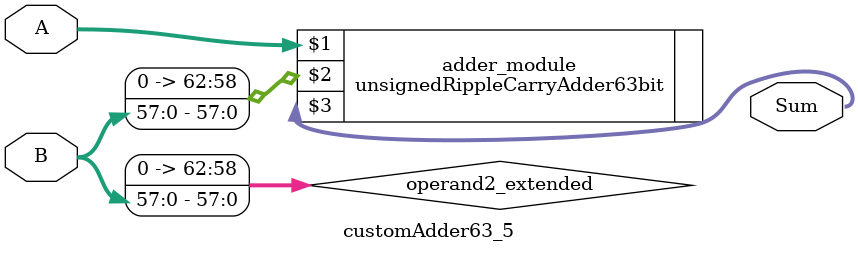
<source format=v>
module customAdder63_5(
                        input [62 : 0] A,
                        input [57 : 0] B,
                        
                        output [63 : 0] Sum
                );

        wire [62 : 0] operand2_extended;
        
        assign operand2_extended =  {5'b0, B};
        
        unsignedRippleCarryAdder63bit adder_module(
            A,
            operand2_extended,
            Sum
        );
        
        endmodule
        
</source>
